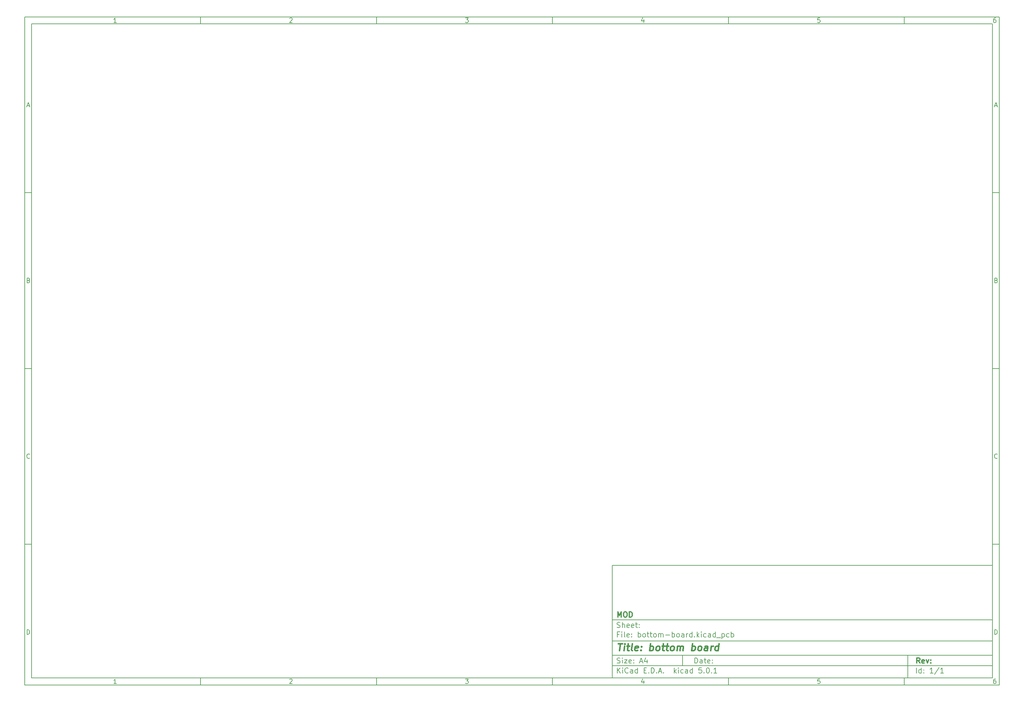
<source format=gbr>
G04 #@! TF.GenerationSoftware,KiCad,Pcbnew,5.0.1*
G04 #@! TF.CreationDate,2018-12-14T17:30:48+01:00*
G04 #@! TF.ProjectId,bottom-board,626F74746F6D2D626F6172642E6B6963,rev?*
G04 #@! TF.SameCoordinates,PX48111b4PY15fd6c8*
G04 #@! TF.FileFunction,Legend,Bot*
G04 #@! TF.FilePolarity,Positive*
%FSLAX46Y46*%
G04 Gerber Fmt 4.6, Leading zero omitted, Abs format (unit mm)*
G04 Created by KiCad (PCBNEW 5.0.1) date Fri 14 Dec 2018 05:30:48 PM CET*
%MOMM*%
%LPD*%
G01*
G04 APERTURE LIST*
%ADD10C,0.100000*%
%ADD11C,0.150000*%
%ADD12C,0.300000*%
%ADD13C,0.400000*%
G04 APERTURE END LIST*
D10*
D11*
X101434660Y-142949080D02*
X101434660Y-174949080D01*
X209434660Y-174949080D01*
X209434660Y-142949080D01*
X101434660Y-142949080D01*
D10*
D11*
X-65567540Y13058120D02*
X-65567540Y-176949080D01*
X211434660Y-176949080D01*
X211434660Y13058120D01*
X-65567540Y13058120D01*
D10*
D11*
X-63567540Y11058120D02*
X-63567540Y-174949080D01*
X209434660Y-174949080D01*
X209434660Y11058120D01*
X-63567540Y11058120D01*
D10*
D11*
X-15567540Y11058120D02*
X-15567540Y13058120D01*
D10*
D11*
X34432460Y11058120D02*
X34432460Y13058120D01*
D10*
D11*
X84432460Y11058120D02*
X84432460Y13058120D01*
D10*
D11*
X134432460Y11058120D02*
X134432460Y13058120D01*
D10*
D11*
X184432460Y11058120D02*
X184432460Y13058120D01*
D10*
D11*
X-39502064Y11470025D02*
X-40244921Y11470025D01*
X-39873493Y11470025D02*
X-39873493Y12770025D01*
X-39997302Y12584311D01*
X-40121112Y12460501D01*
X-40244921Y12398597D01*
D10*
D11*
X9755079Y12646216D02*
X9816983Y12708120D01*
X9940793Y12770025D01*
X10250317Y12770025D01*
X10374126Y12708120D01*
X10436031Y12646216D01*
X10497936Y12522406D01*
X10497936Y12398597D01*
X10436031Y12212882D01*
X9693174Y11470025D01*
X10497936Y11470025D01*
D10*
D11*
X59693174Y12770025D02*
X60497936Y12770025D01*
X60064602Y12274787D01*
X60250317Y12274787D01*
X60374126Y12212882D01*
X60436031Y12150978D01*
X60497936Y12027168D01*
X60497936Y11717644D01*
X60436031Y11593835D01*
X60374126Y11531930D01*
X60250317Y11470025D01*
X59878888Y11470025D01*
X59755079Y11531930D01*
X59693174Y11593835D01*
D10*
D11*
X110374126Y12336692D02*
X110374126Y11470025D01*
X110064602Y12831930D02*
X109755079Y11903359D01*
X110559840Y11903359D01*
D10*
D11*
X160436031Y12770025D02*
X159816983Y12770025D01*
X159755079Y12150978D01*
X159816983Y12212882D01*
X159940793Y12274787D01*
X160250317Y12274787D01*
X160374126Y12212882D01*
X160436031Y12150978D01*
X160497936Y12027168D01*
X160497936Y11717644D01*
X160436031Y11593835D01*
X160374126Y11531930D01*
X160250317Y11470025D01*
X159940793Y11470025D01*
X159816983Y11531930D01*
X159755079Y11593835D01*
D10*
D11*
X210374126Y12770025D02*
X210126507Y12770025D01*
X210002698Y12708120D01*
X209940793Y12646216D01*
X209816983Y12460501D01*
X209755079Y12212882D01*
X209755079Y11717644D01*
X209816983Y11593835D01*
X209878888Y11531930D01*
X210002698Y11470025D01*
X210250317Y11470025D01*
X210374126Y11531930D01*
X210436031Y11593835D01*
X210497936Y11717644D01*
X210497936Y12027168D01*
X210436031Y12150978D01*
X210374126Y12212882D01*
X210250317Y12274787D01*
X210002698Y12274787D01*
X209878888Y12212882D01*
X209816983Y12150978D01*
X209755079Y12027168D01*
D10*
D11*
X-15567540Y-174949080D02*
X-15567540Y-176949080D01*
D10*
D11*
X34432460Y-174949080D02*
X34432460Y-176949080D01*
D10*
D11*
X84432460Y-174949080D02*
X84432460Y-176949080D01*
D10*
D11*
X134432460Y-174949080D02*
X134432460Y-176949080D01*
D10*
D11*
X184432460Y-174949080D02*
X184432460Y-176949080D01*
D10*
D11*
X-39502064Y-176537175D02*
X-40244921Y-176537175D01*
X-39873493Y-176537175D02*
X-39873493Y-175237175D01*
X-39997302Y-175422889D01*
X-40121112Y-175546699D01*
X-40244921Y-175608603D01*
D10*
D11*
X9755079Y-175360984D02*
X9816983Y-175299080D01*
X9940793Y-175237175D01*
X10250317Y-175237175D01*
X10374126Y-175299080D01*
X10436031Y-175360984D01*
X10497936Y-175484794D01*
X10497936Y-175608603D01*
X10436031Y-175794318D01*
X9693174Y-176537175D01*
X10497936Y-176537175D01*
D10*
D11*
X59693174Y-175237175D02*
X60497936Y-175237175D01*
X60064602Y-175732413D01*
X60250317Y-175732413D01*
X60374126Y-175794318D01*
X60436031Y-175856222D01*
X60497936Y-175980032D01*
X60497936Y-176289556D01*
X60436031Y-176413365D01*
X60374126Y-176475270D01*
X60250317Y-176537175D01*
X59878888Y-176537175D01*
X59755079Y-176475270D01*
X59693174Y-176413365D01*
D10*
D11*
X110374126Y-175670508D02*
X110374126Y-176537175D01*
X110064602Y-175175270D02*
X109755079Y-176103841D01*
X110559840Y-176103841D01*
D10*
D11*
X160436031Y-175237175D02*
X159816983Y-175237175D01*
X159755079Y-175856222D01*
X159816983Y-175794318D01*
X159940793Y-175732413D01*
X160250317Y-175732413D01*
X160374126Y-175794318D01*
X160436031Y-175856222D01*
X160497936Y-175980032D01*
X160497936Y-176289556D01*
X160436031Y-176413365D01*
X160374126Y-176475270D01*
X160250317Y-176537175D01*
X159940793Y-176537175D01*
X159816983Y-176475270D01*
X159755079Y-176413365D01*
D10*
D11*
X210374126Y-175237175D02*
X210126507Y-175237175D01*
X210002698Y-175299080D01*
X209940793Y-175360984D01*
X209816983Y-175546699D01*
X209755079Y-175794318D01*
X209755079Y-176289556D01*
X209816983Y-176413365D01*
X209878888Y-176475270D01*
X210002698Y-176537175D01*
X210250317Y-176537175D01*
X210374126Y-176475270D01*
X210436031Y-176413365D01*
X210497936Y-176289556D01*
X210497936Y-175980032D01*
X210436031Y-175856222D01*
X210374126Y-175794318D01*
X210250317Y-175732413D01*
X210002698Y-175732413D01*
X209878888Y-175794318D01*
X209816983Y-175856222D01*
X209755079Y-175980032D01*
D10*
D11*
X-65567540Y-36941880D02*
X-63567540Y-36941880D01*
D10*
D11*
X-65567540Y-86941880D02*
X-63567540Y-86941880D01*
D10*
D11*
X-65567540Y-136941880D02*
X-63567540Y-136941880D01*
D10*
D11*
X-64877064Y-12158546D02*
X-64258017Y-12158546D01*
X-65000874Y-12529975D02*
X-64567540Y-11229975D01*
X-64134207Y-12529975D01*
D10*
D11*
X-64474683Y-61849022D02*
X-64288969Y-61910927D01*
X-64227064Y-61972832D01*
X-64165160Y-62096641D01*
X-64165160Y-62282356D01*
X-64227064Y-62406165D01*
X-64288969Y-62468070D01*
X-64412779Y-62529975D01*
X-64908017Y-62529975D01*
X-64908017Y-61229975D01*
X-64474683Y-61229975D01*
X-64350874Y-61291880D01*
X-64288969Y-61353784D01*
X-64227064Y-61477594D01*
X-64227064Y-61601403D01*
X-64288969Y-61725213D01*
X-64350874Y-61787118D01*
X-64474683Y-61849022D01*
X-64908017Y-61849022D01*
D10*
D11*
X-64165160Y-112406165D02*
X-64227064Y-112468070D01*
X-64412779Y-112529975D01*
X-64536588Y-112529975D01*
X-64722302Y-112468070D01*
X-64846112Y-112344260D01*
X-64908017Y-112220451D01*
X-64969921Y-111972832D01*
X-64969921Y-111787118D01*
X-64908017Y-111539499D01*
X-64846112Y-111415689D01*
X-64722302Y-111291880D01*
X-64536588Y-111229975D01*
X-64412779Y-111229975D01*
X-64227064Y-111291880D01*
X-64165160Y-111353784D01*
D10*
D11*
X-64908017Y-162529975D02*
X-64908017Y-161229975D01*
X-64598493Y-161229975D01*
X-64412779Y-161291880D01*
X-64288969Y-161415689D01*
X-64227064Y-161539499D01*
X-64165160Y-161787118D01*
X-64165160Y-161972832D01*
X-64227064Y-162220451D01*
X-64288969Y-162344260D01*
X-64412779Y-162468070D01*
X-64598493Y-162529975D01*
X-64908017Y-162529975D01*
D10*
D11*
X211434660Y-36941880D02*
X209434660Y-36941880D01*
D10*
D11*
X211434660Y-86941880D02*
X209434660Y-86941880D01*
D10*
D11*
X211434660Y-136941880D02*
X209434660Y-136941880D01*
D10*
D11*
X210125136Y-12158546D02*
X210744183Y-12158546D01*
X210001326Y-12529975D02*
X210434660Y-11229975D01*
X210867993Y-12529975D01*
D10*
D11*
X210527517Y-61849022D02*
X210713231Y-61910927D01*
X210775136Y-61972832D01*
X210837040Y-62096641D01*
X210837040Y-62282356D01*
X210775136Y-62406165D01*
X210713231Y-62468070D01*
X210589421Y-62529975D01*
X210094183Y-62529975D01*
X210094183Y-61229975D01*
X210527517Y-61229975D01*
X210651326Y-61291880D01*
X210713231Y-61353784D01*
X210775136Y-61477594D01*
X210775136Y-61601403D01*
X210713231Y-61725213D01*
X210651326Y-61787118D01*
X210527517Y-61849022D01*
X210094183Y-61849022D01*
D10*
D11*
X210837040Y-112406165D02*
X210775136Y-112468070D01*
X210589421Y-112529975D01*
X210465612Y-112529975D01*
X210279898Y-112468070D01*
X210156088Y-112344260D01*
X210094183Y-112220451D01*
X210032279Y-111972832D01*
X210032279Y-111787118D01*
X210094183Y-111539499D01*
X210156088Y-111415689D01*
X210279898Y-111291880D01*
X210465612Y-111229975D01*
X210589421Y-111229975D01*
X210775136Y-111291880D01*
X210837040Y-111353784D01*
D10*
D11*
X210094183Y-162529975D02*
X210094183Y-161229975D01*
X210403707Y-161229975D01*
X210589421Y-161291880D01*
X210713231Y-161415689D01*
X210775136Y-161539499D01*
X210837040Y-161787118D01*
X210837040Y-161972832D01*
X210775136Y-162220451D01*
X210713231Y-162344260D01*
X210589421Y-162468070D01*
X210403707Y-162529975D01*
X210094183Y-162529975D01*
D10*
D11*
X124866802Y-170727651D02*
X124866802Y-169227651D01*
X125223945Y-169227651D01*
X125438231Y-169299080D01*
X125581088Y-169441937D01*
X125652517Y-169584794D01*
X125723945Y-169870508D01*
X125723945Y-170084794D01*
X125652517Y-170370508D01*
X125581088Y-170513365D01*
X125438231Y-170656222D01*
X125223945Y-170727651D01*
X124866802Y-170727651D01*
X127009660Y-170727651D02*
X127009660Y-169941937D01*
X126938231Y-169799080D01*
X126795374Y-169727651D01*
X126509660Y-169727651D01*
X126366802Y-169799080D01*
X127009660Y-170656222D02*
X126866802Y-170727651D01*
X126509660Y-170727651D01*
X126366802Y-170656222D01*
X126295374Y-170513365D01*
X126295374Y-170370508D01*
X126366802Y-170227651D01*
X126509660Y-170156222D01*
X126866802Y-170156222D01*
X127009660Y-170084794D01*
X127509660Y-169727651D02*
X128081088Y-169727651D01*
X127723945Y-169227651D02*
X127723945Y-170513365D01*
X127795374Y-170656222D01*
X127938231Y-170727651D01*
X128081088Y-170727651D01*
X129152517Y-170656222D02*
X129009660Y-170727651D01*
X128723945Y-170727651D01*
X128581088Y-170656222D01*
X128509660Y-170513365D01*
X128509660Y-169941937D01*
X128581088Y-169799080D01*
X128723945Y-169727651D01*
X129009660Y-169727651D01*
X129152517Y-169799080D01*
X129223945Y-169941937D01*
X129223945Y-170084794D01*
X128509660Y-170227651D01*
X129866802Y-170584794D02*
X129938231Y-170656222D01*
X129866802Y-170727651D01*
X129795374Y-170656222D01*
X129866802Y-170584794D01*
X129866802Y-170727651D01*
X129866802Y-169799080D02*
X129938231Y-169870508D01*
X129866802Y-169941937D01*
X129795374Y-169870508D01*
X129866802Y-169799080D01*
X129866802Y-169941937D01*
D10*
D11*
X101434660Y-171449080D02*
X209434660Y-171449080D01*
D10*
D11*
X102866802Y-173527651D02*
X102866802Y-172027651D01*
X103723945Y-173527651D02*
X103081088Y-172670508D01*
X103723945Y-172027651D02*
X102866802Y-172884794D01*
X104366802Y-173527651D02*
X104366802Y-172527651D01*
X104366802Y-172027651D02*
X104295374Y-172099080D01*
X104366802Y-172170508D01*
X104438231Y-172099080D01*
X104366802Y-172027651D01*
X104366802Y-172170508D01*
X105938231Y-173384794D02*
X105866802Y-173456222D01*
X105652517Y-173527651D01*
X105509660Y-173527651D01*
X105295374Y-173456222D01*
X105152517Y-173313365D01*
X105081088Y-173170508D01*
X105009660Y-172884794D01*
X105009660Y-172670508D01*
X105081088Y-172384794D01*
X105152517Y-172241937D01*
X105295374Y-172099080D01*
X105509660Y-172027651D01*
X105652517Y-172027651D01*
X105866802Y-172099080D01*
X105938231Y-172170508D01*
X107223945Y-173527651D02*
X107223945Y-172741937D01*
X107152517Y-172599080D01*
X107009660Y-172527651D01*
X106723945Y-172527651D01*
X106581088Y-172599080D01*
X107223945Y-173456222D02*
X107081088Y-173527651D01*
X106723945Y-173527651D01*
X106581088Y-173456222D01*
X106509660Y-173313365D01*
X106509660Y-173170508D01*
X106581088Y-173027651D01*
X106723945Y-172956222D01*
X107081088Y-172956222D01*
X107223945Y-172884794D01*
X108581088Y-173527651D02*
X108581088Y-172027651D01*
X108581088Y-173456222D02*
X108438231Y-173527651D01*
X108152517Y-173527651D01*
X108009660Y-173456222D01*
X107938231Y-173384794D01*
X107866802Y-173241937D01*
X107866802Y-172813365D01*
X107938231Y-172670508D01*
X108009660Y-172599080D01*
X108152517Y-172527651D01*
X108438231Y-172527651D01*
X108581088Y-172599080D01*
X110438231Y-172741937D02*
X110938231Y-172741937D01*
X111152517Y-173527651D02*
X110438231Y-173527651D01*
X110438231Y-172027651D01*
X111152517Y-172027651D01*
X111795374Y-173384794D02*
X111866802Y-173456222D01*
X111795374Y-173527651D01*
X111723945Y-173456222D01*
X111795374Y-173384794D01*
X111795374Y-173527651D01*
X112509660Y-173527651D02*
X112509660Y-172027651D01*
X112866802Y-172027651D01*
X113081088Y-172099080D01*
X113223945Y-172241937D01*
X113295374Y-172384794D01*
X113366802Y-172670508D01*
X113366802Y-172884794D01*
X113295374Y-173170508D01*
X113223945Y-173313365D01*
X113081088Y-173456222D01*
X112866802Y-173527651D01*
X112509660Y-173527651D01*
X114009660Y-173384794D02*
X114081088Y-173456222D01*
X114009660Y-173527651D01*
X113938231Y-173456222D01*
X114009660Y-173384794D01*
X114009660Y-173527651D01*
X114652517Y-173099080D02*
X115366802Y-173099080D01*
X114509660Y-173527651D02*
X115009660Y-172027651D01*
X115509660Y-173527651D01*
X116009660Y-173384794D02*
X116081088Y-173456222D01*
X116009660Y-173527651D01*
X115938231Y-173456222D01*
X116009660Y-173384794D01*
X116009660Y-173527651D01*
X119009660Y-173527651D02*
X119009660Y-172027651D01*
X119152517Y-172956222D02*
X119581088Y-173527651D01*
X119581088Y-172527651D02*
X119009660Y-173099080D01*
X120223945Y-173527651D02*
X120223945Y-172527651D01*
X120223945Y-172027651D02*
X120152517Y-172099080D01*
X120223945Y-172170508D01*
X120295374Y-172099080D01*
X120223945Y-172027651D01*
X120223945Y-172170508D01*
X121581088Y-173456222D02*
X121438231Y-173527651D01*
X121152517Y-173527651D01*
X121009660Y-173456222D01*
X120938231Y-173384794D01*
X120866802Y-173241937D01*
X120866802Y-172813365D01*
X120938231Y-172670508D01*
X121009660Y-172599080D01*
X121152517Y-172527651D01*
X121438231Y-172527651D01*
X121581088Y-172599080D01*
X122866802Y-173527651D02*
X122866802Y-172741937D01*
X122795374Y-172599080D01*
X122652517Y-172527651D01*
X122366802Y-172527651D01*
X122223945Y-172599080D01*
X122866802Y-173456222D02*
X122723945Y-173527651D01*
X122366802Y-173527651D01*
X122223945Y-173456222D01*
X122152517Y-173313365D01*
X122152517Y-173170508D01*
X122223945Y-173027651D01*
X122366802Y-172956222D01*
X122723945Y-172956222D01*
X122866802Y-172884794D01*
X124223945Y-173527651D02*
X124223945Y-172027651D01*
X124223945Y-173456222D02*
X124081088Y-173527651D01*
X123795374Y-173527651D01*
X123652517Y-173456222D01*
X123581088Y-173384794D01*
X123509660Y-173241937D01*
X123509660Y-172813365D01*
X123581088Y-172670508D01*
X123652517Y-172599080D01*
X123795374Y-172527651D01*
X124081088Y-172527651D01*
X124223945Y-172599080D01*
X126795374Y-172027651D02*
X126081088Y-172027651D01*
X126009660Y-172741937D01*
X126081088Y-172670508D01*
X126223945Y-172599080D01*
X126581088Y-172599080D01*
X126723945Y-172670508D01*
X126795374Y-172741937D01*
X126866802Y-172884794D01*
X126866802Y-173241937D01*
X126795374Y-173384794D01*
X126723945Y-173456222D01*
X126581088Y-173527651D01*
X126223945Y-173527651D01*
X126081088Y-173456222D01*
X126009660Y-173384794D01*
X127509660Y-173384794D02*
X127581088Y-173456222D01*
X127509660Y-173527651D01*
X127438231Y-173456222D01*
X127509660Y-173384794D01*
X127509660Y-173527651D01*
X128509660Y-172027651D02*
X128652517Y-172027651D01*
X128795374Y-172099080D01*
X128866802Y-172170508D01*
X128938231Y-172313365D01*
X129009660Y-172599080D01*
X129009660Y-172956222D01*
X128938231Y-173241937D01*
X128866802Y-173384794D01*
X128795374Y-173456222D01*
X128652517Y-173527651D01*
X128509660Y-173527651D01*
X128366802Y-173456222D01*
X128295374Y-173384794D01*
X128223945Y-173241937D01*
X128152517Y-172956222D01*
X128152517Y-172599080D01*
X128223945Y-172313365D01*
X128295374Y-172170508D01*
X128366802Y-172099080D01*
X128509660Y-172027651D01*
X129652517Y-173384794D02*
X129723945Y-173456222D01*
X129652517Y-173527651D01*
X129581088Y-173456222D01*
X129652517Y-173384794D01*
X129652517Y-173527651D01*
X131152517Y-173527651D02*
X130295374Y-173527651D01*
X130723945Y-173527651D02*
X130723945Y-172027651D01*
X130581088Y-172241937D01*
X130438231Y-172384794D01*
X130295374Y-172456222D01*
D10*
D11*
X101434660Y-168449080D02*
X209434660Y-168449080D01*
D10*
D12*
X188843945Y-170727651D02*
X188343945Y-170013365D01*
X187986802Y-170727651D02*
X187986802Y-169227651D01*
X188558231Y-169227651D01*
X188701088Y-169299080D01*
X188772517Y-169370508D01*
X188843945Y-169513365D01*
X188843945Y-169727651D01*
X188772517Y-169870508D01*
X188701088Y-169941937D01*
X188558231Y-170013365D01*
X187986802Y-170013365D01*
X190058231Y-170656222D02*
X189915374Y-170727651D01*
X189629660Y-170727651D01*
X189486802Y-170656222D01*
X189415374Y-170513365D01*
X189415374Y-169941937D01*
X189486802Y-169799080D01*
X189629660Y-169727651D01*
X189915374Y-169727651D01*
X190058231Y-169799080D01*
X190129660Y-169941937D01*
X190129660Y-170084794D01*
X189415374Y-170227651D01*
X190629660Y-169727651D02*
X190986802Y-170727651D01*
X191343945Y-169727651D01*
X191915374Y-170584794D02*
X191986802Y-170656222D01*
X191915374Y-170727651D01*
X191843945Y-170656222D01*
X191915374Y-170584794D01*
X191915374Y-170727651D01*
X191915374Y-169799080D02*
X191986802Y-169870508D01*
X191915374Y-169941937D01*
X191843945Y-169870508D01*
X191915374Y-169799080D01*
X191915374Y-169941937D01*
D10*
D11*
X102795374Y-170656222D02*
X103009660Y-170727651D01*
X103366802Y-170727651D01*
X103509660Y-170656222D01*
X103581088Y-170584794D01*
X103652517Y-170441937D01*
X103652517Y-170299080D01*
X103581088Y-170156222D01*
X103509660Y-170084794D01*
X103366802Y-170013365D01*
X103081088Y-169941937D01*
X102938231Y-169870508D01*
X102866802Y-169799080D01*
X102795374Y-169656222D01*
X102795374Y-169513365D01*
X102866802Y-169370508D01*
X102938231Y-169299080D01*
X103081088Y-169227651D01*
X103438231Y-169227651D01*
X103652517Y-169299080D01*
X104295374Y-170727651D02*
X104295374Y-169727651D01*
X104295374Y-169227651D02*
X104223945Y-169299080D01*
X104295374Y-169370508D01*
X104366802Y-169299080D01*
X104295374Y-169227651D01*
X104295374Y-169370508D01*
X104866802Y-169727651D02*
X105652517Y-169727651D01*
X104866802Y-170727651D01*
X105652517Y-170727651D01*
X106795374Y-170656222D02*
X106652517Y-170727651D01*
X106366802Y-170727651D01*
X106223945Y-170656222D01*
X106152517Y-170513365D01*
X106152517Y-169941937D01*
X106223945Y-169799080D01*
X106366802Y-169727651D01*
X106652517Y-169727651D01*
X106795374Y-169799080D01*
X106866802Y-169941937D01*
X106866802Y-170084794D01*
X106152517Y-170227651D01*
X107509660Y-170584794D02*
X107581088Y-170656222D01*
X107509660Y-170727651D01*
X107438231Y-170656222D01*
X107509660Y-170584794D01*
X107509660Y-170727651D01*
X107509660Y-169799080D02*
X107581088Y-169870508D01*
X107509660Y-169941937D01*
X107438231Y-169870508D01*
X107509660Y-169799080D01*
X107509660Y-169941937D01*
X109295374Y-170299080D02*
X110009660Y-170299080D01*
X109152517Y-170727651D02*
X109652517Y-169227651D01*
X110152517Y-170727651D01*
X111295374Y-169727651D02*
X111295374Y-170727651D01*
X110938231Y-169156222D02*
X110581088Y-170227651D01*
X111509660Y-170227651D01*
D10*
D11*
X187866802Y-173527651D02*
X187866802Y-172027651D01*
X189223945Y-173527651D02*
X189223945Y-172027651D01*
X189223945Y-173456222D02*
X189081088Y-173527651D01*
X188795374Y-173527651D01*
X188652517Y-173456222D01*
X188581088Y-173384794D01*
X188509660Y-173241937D01*
X188509660Y-172813365D01*
X188581088Y-172670508D01*
X188652517Y-172599080D01*
X188795374Y-172527651D01*
X189081088Y-172527651D01*
X189223945Y-172599080D01*
X189938231Y-173384794D02*
X190009660Y-173456222D01*
X189938231Y-173527651D01*
X189866802Y-173456222D01*
X189938231Y-173384794D01*
X189938231Y-173527651D01*
X189938231Y-172599080D02*
X190009660Y-172670508D01*
X189938231Y-172741937D01*
X189866802Y-172670508D01*
X189938231Y-172599080D01*
X189938231Y-172741937D01*
X192581088Y-173527651D02*
X191723945Y-173527651D01*
X192152517Y-173527651D02*
X192152517Y-172027651D01*
X192009660Y-172241937D01*
X191866802Y-172384794D01*
X191723945Y-172456222D01*
X194295374Y-171956222D02*
X193009660Y-173884794D01*
X195581088Y-173527651D02*
X194723945Y-173527651D01*
X195152517Y-173527651D02*
X195152517Y-172027651D01*
X195009660Y-172241937D01*
X194866802Y-172384794D01*
X194723945Y-172456222D01*
D10*
D11*
X101434660Y-164449080D02*
X209434660Y-164449080D01*
D10*
D13*
X103147040Y-165153841D02*
X104289898Y-165153841D01*
X103468469Y-167153841D02*
X103718469Y-165153841D01*
X104706564Y-167153841D02*
X104873231Y-165820508D01*
X104956564Y-165153841D02*
X104849421Y-165249080D01*
X104932755Y-165344318D01*
X105039898Y-165249080D01*
X104956564Y-165153841D01*
X104932755Y-165344318D01*
X105539898Y-165820508D02*
X106301802Y-165820508D01*
X105908945Y-165153841D02*
X105694660Y-166868127D01*
X105766088Y-167058603D01*
X105944660Y-167153841D01*
X106135136Y-167153841D01*
X107087517Y-167153841D02*
X106908945Y-167058603D01*
X106837517Y-166868127D01*
X107051802Y-165153841D01*
X108623231Y-167058603D02*
X108420850Y-167153841D01*
X108039898Y-167153841D01*
X107861326Y-167058603D01*
X107789898Y-166868127D01*
X107885136Y-166106222D01*
X108004183Y-165915746D01*
X108206564Y-165820508D01*
X108587517Y-165820508D01*
X108766088Y-165915746D01*
X108837517Y-166106222D01*
X108813707Y-166296699D01*
X107837517Y-166487175D01*
X109587517Y-166963365D02*
X109670850Y-167058603D01*
X109563707Y-167153841D01*
X109480374Y-167058603D01*
X109587517Y-166963365D01*
X109563707Y-167153841D01*
X109718469Y-165915746D02*
X109801802Y-166010984D01*
X109694660Y-166106222D01*
X109611326Y-166010984D01*
X109718469Y-165915746D01*
X109694660Y-166106222D01*
X112039898Y-167153841D02*
X112289898Y-165153841D01*
X112194660Y-165915746D02*
X112397040Y-165820508D01*
X112777993Y-165820508D01*
X112956564Y-165915746D01*
X113039898Y-166010984D01*
X113111326Y-166201460D01*
X113039898Y-166772889D01*
X112920850Y-166963365D01*
X112813707Y-167058603D01*
X112611326Y-167153841D01*
X112230374Y-167153841D01*
X112051802Y-167058603D01*
X114135136Y-167153841D02*
X113956564Y-167058603D01*
X113873231Y-166963365D01*
X113801802Y-166772889D01*
X113873231Y-166201460D01*
X113992279Y-166010984D01*
X114099421Y-165915746D01*
X114301802Y-165820508D01*
X114587517Y-165820508D01*
X114766088Y-165915746D01*
X114849421Y-166010984D01*
X114920850Y-166201460D01*
X114849421Y-166772889D01*
X114730374Y-166963365D01*
X114623231Y-167058603D01*
X114420850Y-167153841D01*
X114135136Y-167153841D01*
X115539898Y-165820508D02*
X116301802Y-165820508D01*
X115908945Y-165153841D02*
X115694660Y-166868127D01*
X115766088Y-167058603D01*
X115944660Y-167153841D01*
X116135136Y-167153841D01*
X116682755Y-165820508D02*
X117444660Y-165820508D01*
X117051802Y-165153841D02*
X116837517Y-166868127D01*
X116908945Y-167058603D01*
X117087517Y-167153841D01*
X117277993Y-167153841D01*
X118230374Y-167153841D02*
X118051802Y-167058603D01*
X117968469Y-166963365D01*
X117897040Y-166772889D01*
X117968469Y-166201460D01*
X118087517Y-166010984D01*
X118194660Y-165915746D01*
X118397040Y-165820508D01*
X118682755Y-165820508D01*
X118861326Y-165915746D01*
X118944660Y-166010984D01*
X119016088Y-166201460D01*
X118944660Y-166772889D01*
X118825612Y-166963365D01*
X118718469Y-167058603D01*
X118516088Y-167153841D01*
X118230374Y-167153841D01*
X119754183Y-167153841D02*
X119920850Y-165820508D01*
X119897040Y-166010984D02*
X120004183Y-165915746D01*
X120206564Y-165820508D01*
X120492279Y-165820508D01*
X120670850Y-165915746D01*
X120742279Y-166106222D01*
X120611326Y-167153841D01*
X120742279Y-166106222D02*
X120861326Y-165915746D01*
X121063707Y-165820508D01*
X121349421Y-165820508D01*
X121527993Y-165915746D01*
X121599421Y-166106222D01*
X121468469Y-167153841D01*
X123944660Y-167153841D02*
X124194660Y-165153841D01*
X124099421Y-165915746D02*
X124301802Y-165820508D01*
X124682755Y-165820508D01*
X124861326Y-165915746D01*
X124944660Y-166010984D01*
X125016088Y-166201460D01*
X124944660Y-166772889D01*
X124825612Y-166963365D01*
X124718469Y-167058603D01*
X124516088Y-167153841D01*
X124135136Y-167153841D01*
X123956564Y-167058603D01*
X126039898Y-167153841D02*
X125861326Y-167058603D01*
X125777993Y-166963365D01*
X125706564Y-166772889D01*
X125777993Y-166201460D01*
X125897040Y-166010984D01*
X126004183Y-165915746D01*
X126206564Y-165820508D01*
X126492279Y-165820508D01*
X126670850Y-165915746D01*
X126754183Y-166010984D01*
X126825612Y-166201460D01*
X126754183Y-166772889D01*
X126635136Y-166963365D01*
X126527993Y-167058603D01*
X126325612Y-167153841D01*
X126039898Y-167153841D01*
X128420850Y-167153841D02*
X128551802Y-166106222D01*
X128480374Y-165915746D01*
X128301802Y-165820508D01*
X127920850Y-165820508D01*
X127718469Y-165915746D01*
X128432755Y-167058603D02*
X128230374Y-167153841D01*
X127754183Y-167153841D01*
X127575612Y-167058603D01*
X127504183Y-166868127D01*
X127527993Y-166677651D01*
X127647040Y-166487175D01*
X127849421Y-166391937D01*
X128325612Y-166391937D01*
X128527993Y-166296699D01*
X129373231Y-167153841D02*
X129539898Y-165820508D01*
X129492279Y-166201460D02*
X129611326Y-166010984D01*
X129718469Y-165915746D01*
X129920850Y-165820508D01*
X130111326Y-165820508D01*
X131468469Y-167153841D02*
X131718469Y-165153841D01*
X131480374Y-167058603D02*
X131277993Y-167153841D01*
X130897040Y-167153841D01*
X130718469Y-167058603D01*
X130635136Y-166963365D01*
X130563707Y-166772889D01*
X130635136Y-166201460D01*
X130754183Y-166010984D01*
X130861326Y-165915746D01*
X131063707Y-165820508D01*
X131444660Y-165820508D01*
X131623231Y-165915746D01*
D10*
D11*
X103366802Y-162541937D02*
X102866802Y-162541937D01*
X102866802Y-163327651D02*
X102866802Y-161827651D01*
X103581088Y-161827651D01*
X104152517Y-163327651D02*
X104152517Y-162327651D01*
X104152517Y-161827651D02*
X104081088Y-161899080D01*
X104152517Y-161970508D01*
X104223945Y-161899080D01*
X104152517Y-161827651D01*
X104152517Y-161970508D01*
X105081088Y-163327651D02*
X104938231Y-163256222D01*
X104866802Y-163113365D01*
X104866802Y-161827651D01*
X106223945Y-163256222D02*
X106081088Y-163327651D01*
X105795374Y-163327651D01*
X105652517Y-163256222D01*
X105581088Y-163113365D01*
X105581088Y-162541937D01*
X105652517Y-162399080D01*
X105795374Y-162327651D01*
X106081088Y-162327651D01*
X106223945Y-162399080D01*
X106295374Y-162541937D01*
X106295374Y-162684794D01*
X105581088Y-162827651D01*
X106938231Y-163184794D02*
X107009660Y-163256222D01*
X106938231Y-163327651D01*
X106866802Y-163256222D01*
X106938231Y-163184794D01*
X106938231Y-163327651D01*
X106938231Y-162399080D02*
X107009660Y-162470508D01*
X106938231Y-162541937D01*
X106866802Y-162470508D01*
X106938231Y-162399080D01*
X106938231Y-162541937D01*
X108795374Y-163327651D02*
X108795374Y-161827651D01*
X108795374Y-162399080D02*
X108938231Y-162327651D01*
X109223945Y-162327651D01*
X109366802Y-162399080D01*
X109438231Y-162470508D01*
X109509660Y-162613365D01*
X109509660Y-163041937D01*
X109438231Y-163184794D01*
X109366802Y-163256222D01*
X109223945Y-163327651D01*
X108938231Y-163327651D01*
X108795374Y-163256222D01*
X110366802Y-163327651D02*
X110223945Y-163256222D01*
X110152517Y-163184794D01*
X110081088Y-163041937D01*
X110081088Y-162613365D01*
X110152517Y-162470508D01*
X110223945Y-162399080D01*
X110366802Y-162327651D01*
X110581088Y-162327651D01*
X110723945Y-162399080D01*
X110795374Y-162470508D01*
X110866802Y-162613365D01*
X110866802Y-163041937D01*
X110795374Y-163184794D01*
X110723945Y-163256222D01*
X110581088Y-163327651D01*
X110366802Y-163327651D01*
X111295374Y-162327651D02*
X111866802Y-162327651D01*
X111509660Y-161827651D02*
X111509660Y-163113365D01*
X111581088Y-163256222D01*
X111723945Y-163327651D01*
X111866802Y-163327651D01*
X112152517Y-162327651D02*
X112723945Y-162327651D01*
X112366802Y-161827651D02*
X112366802Y-163113365D01*
X112438231Y-163256222D01*
X112581088Y-163327651D01*
X112723945Y-163327651D01*
X113438231Y-163327651D02*
X113295374Y-163256222D01*
X113223945Y-163184794D01*
X113152517Y-163041937D01*
X113152517Y-162613365D01*
X113223945Y-162470508D01*
X113295374Y-162399080D01*
X113438231Y-162327651D01*
X113652517Y-162327651D01*
X113795374Y-162399080D01*
X113866802Y-162470508D01*
X113938231Y-162613365D01*
X113938231Y-163041937D01*
X113866802Y-163184794D01*
X113795374Y-163256222D01*
X113652517Y-163327651D01*
X113438231Y-163327651D01*
X114581088Y-163327651D02*
X114581088Y-162327651D01*
X114581088Y-162470508D02*
X114652517Y-162399080D01*
X114795374Y-162327651D01*
X115009660Y-162327651D01*
X115152517Y-162399080D01*
X115223945Y-162541937D01*
X115223945Y-163327651D01*
X115223945Y-162541937D02*
X115295374Y-162399080D01*
X115438231Y-162327651D01*
X115652517Y-162327651D01*
X115795374Y-162399080D01*
X115866802Y-162541937D01*
X115866802Y-163327651D01*
X116581088Y-162756222D02*
X117723945Y-162756222D01*
X118438231Y-163327651D02*
X118438231Y-161827651D01*
X118438231Y-162399080D02*
X118581088Y-162327651D01*
X118866802Y-162327651D01*
X119009660Y-162399080D01*
X119081088Y-162470508D01*
X119152517Y-162613365D01*
X119152517Y-163041937D01*
X119081088Y-163184794D01*
X119009660Y-163256222D01*
X118866802Y-163327651D01*
X118581088Y-163327651D01*
X118438231Y-163256222D01*
X120009660Y-163327651D02*
X119866802Y-163256222D01*
X119795374Y-163184794D01*
X119723945Y-163041937D01*
X119723945Y-162613365D01*
X119795374Y-162470508D01*
X119866802Y-162399080D01*
X120009660Y-162327651D01*
X120223945Y-162327651D01*
X120366802Y-162399080D01*
X120438231Y-162470508D01*
X120509660Y-162613365D01*
X120509660Y-163041937D01*
X120438231Y-163184794D01*
X120366802Y-163256222D01*
X120223945Y-163327651D01*
X120009660Y-163327651D01*
X121795374Y-163327651D02*
X121795374Y-162541937D01*
X121723945Y-162399080D01*
X121581088Y-162327651D01*
X121295374Y-162327651D01*
X121152517Y-162399080D01*
X121795374Y-163256222D02*
X121652517Y-163327651D01*
X121295374Y-163327651D01*
X121152517Y-163256222D01*
X121081088Y-163113365D01*
X121081088Y-162970508D01*
X121152517Y-162827651D01*
X121295374Y-162756222D01*
X121652517Y-162756222D01*
X121795374Y-162684794D01*
X122509660Y-163327651D02*
X122509660Y-162327651D01*
X122509660Y-162613365D02*
X122581088Y-162470508D01*
X122652517Y-162399080D01*
X122795374Y-162327651D01*
X122938231Y-162327651D01*
X124081088Y-163327651D02*
X124081088Y-161827651D01*
X124081088Y-163256222D02*
X123938231Y-163327651D01*
X123652517Y-163327651D01*
X123509660Y-163256222D01*
X123438231Y-163184794D01*
X123366802Y-163041937D01*
X123366802Y-162613365D01*
X123438231Y-162470508D01*
X123509660Y-162399080D01*
X123652517Y-162327651D01*
X123938231Y-162327651D01*
X124081088Y-162399080D01*
X124795374Y-163184794D02*
X124866802Y-163256222D01*
X124795374Y-163327651D01*
X124723945Y-163256222D01*
X124795374Y-163184794D01*
X124795374Y-163327651D01*
X125509660Y-163327651D02*
X125509660Y-161827651D01*
X125652517Y-162756222D02*
X126081088Y-163327651D01*
X126081088Y-162327651D02*
X125509660Y-162899080D01*
X126723945Y-163327651D02*
X126723945Y-162327651D01*
X126723945Y-161827651D02*
X126652517Y-161899080D01*
X126723945Y-161970508D01*
X126795374Y-161899080D01*
X126723945Y-161827651D01*
X126723945Y-161970508D01*
X128081088Y-163256222D02*
X127938231Y-163327651D01*
X127652517Y-163327651D01*
X127509660Y-163256222D01*
X127438231Y-163184794D01*
X127366802Y-163041937D01*
X127366802Y-162613365D01*
X127438231Y-162470508D01*
X127509660Y-162399080D01*
X127652517Y-162327651D01*
X127938231Y-162327651D01*
X128081088Y-162399080D01*
X129366802Y-163327651D02*
X129366802Y-162541937D01*
X129295374Y-162399080D01*
X129152517Y-162327651D01*
X128866802Y-162327651D01*
X128723945Y-162399080D01*
X129366802Y-163256222D02*
X129223945Y-163327651D01*
X128866802Y-163327651D01*
X128723945Y-163256222D01*
X128652517Y-163113365D01*
X128652517Y-162970508D01*
X128723945Y-162827651D01*
X128866802Y-162756222D01*
X129223945Y-162756222D01*
X129366802Y-162684794D01*
X130723945Y-163327651D02*
X130723945Y-161827651D01*
X130723945Y-163256222D02*
X130581088Y-163327651D01*
X130295374Y-163327651D01*
X130152517Y-163256222D01*
X130081088Y-163184794D01*
X130009660Y-163041937D01*
X130009660Y-162613365D01*
X130081088Y-162470508D01*
X130152517Y-162399080D01*
X130295374Y-162327651D01*
X130581088Y-162327651D01*
X130723945Y-162399080D01*
X131081088Y-163470508D02*
X132223945Y-163470508D01*
X132581088Y-162327651D02*
X132581088Y-163827651D01*
X132581088Y-162399080D02*
X132723945Y-162327651D01*
X133009660Y-162327651D01*
X133152517Y-162399080D01*
X133223945Y-162470508D01*
X133295374Y-162613365D01*
X133295374Y-163041937D01*
X133223945Y-163184794D01*
X133152517Y-163256222D01*
X133009660Y-163327651D01*
X132723945Y-163327651D01*
X132581088Y-163256222D01*
X134581088Y-163256222D02*
X134438231Y-163327651D01*
X134152517Y-163327651D01*
X134009660Y-163256222D01*
X133938231Y-163184794D01*
X133866802Y-163041937D01*
X133866802Y-162613365D01*
X133938231Y-162470508D01*
X134009660Y-162399080D01*
X134152517Y-162327651D01*
X134438231Y-162327651D01*
X134581088Y-162399080D01*
X135223945Y-163327651D02*
X135223945Y-161827651D01*
X135223945Y-162399080D02*
X135366802Y-162327651D01*
X135652517Y-162327651D01*
X135795374Y-162399080D01*
X135866802Y-162470508D01*
X135938231Y-162613365D01*
X135938231Y-163041937D01*
X135866802Y-163184794D01*
X135795374Y-163256222D01*
X135652517Y-163327651D01*
X135366802Y-163327651D01*
X135223945Y-163256222D01*
D10*
D11*
X101434660Y-158449080D02*
X209434660Y-158449080D01*
D10*
D11*
X102795374Y-160556222D02*
X103009660Y-160627651D01*
X103366802Y-160627651D01*
X103509660Y-160556222D01*
X103581088Y-160484794D01*
X103652517Y-160341937D01*
X103652517Y-160199080D01*
X103581088Y-160056222D01*
X103509660Y-159984794D01*
X103366802Y-159913365D01*
X103081088Y-159841937D01*
X102938231Y-159770508D01*
X102866802Y-159699080D01*
X102795374Y-159556222D01*
X102795374Y-159413365D01*
X102866802Y-159270508D01*
X102938231Y-159199080D01*
X103081088Y-159127651D01*
X103438231Y-159127651D01*
X103652517Y-159199080D01*
X104295374Y-160627651D02*
X104295374Y-159127651D01*
X104938231Y-160627651D02*
X104938231Y-159841937D01*
X104866802Y-159699080D01*
X104723945Y-159627651D01*
X104509660Y-159627651D01*
X104366802Y-159699080D01*
X104295374Y-159770508D01*
X106223945Y-160556222D02*
X106081088Y-160627651D01*
X105795374Y-160627651D01*
X105652517Y-160556222D01*
X105581088Y-160413365D01*
X105581088Y-159841937D01*
X105652517Y-159699080D01*
X105795374Y-159627651D01*
X106081088Y-159627651D01*
X106223945Y-159699080D01*
X106295374Y-159841937D01*
X106295374Y-159984794D01*
X105581088Y-160127651D01*
X107509660Y-160556222D02*
X107366802Y-160627651D01*
X107081088Y-160627651D01*
X106938231Y-160556222D01*
X106866802Y-160413365D01*
X106866802Y-159841937D01*
X106938231Y-159699080D01*
X107081088Y-159627651D01*
X107366802Y-159627651D01*
X107509660Y-159699080D01*
X107581088Y-159841937D01*
X107581088Y-159984794D01*
X106866802Y-160127651D01*
X108009660Y-159627651D02*
X108581088Y-159627651D01*
X108223945Y-159127651D02*
X108223945Y-160413365D01*
X108295374Y-160556222D01*
X108438231Y-160627651D01*
X108581088Y-160627651D01*
X109081088Y-160484794D02*
X109152517Y-160556222D01*
X109081088Y-160627651D01*
X109009660Y-160556222D01*
X109081088Y-160484794D01*
X109081088Y-160627651D01*
X109081088Y-159699080D02*
X109152517Y-159770508D01*
X109081088Y-159841937D01*
X109009660Y-159770508D01*
X109081088Y-159699080D01*
X109081088Y-159841937D01*
D10*
D12*
X102986802Y-157627651D02*
X102986802Y-156127651D01*
X103486802Y-157199080D01*
X103986802Y-156127651D01*
X103986802Y-157627651D01*
X104986802Y-156127651D02*
X105272517Y-156127651D01*
X105415374Y-156199080D01*
X105558231Y-156341937D01*
X105629660Y-156627651D01*
X105629660Y-157127651D01*
X105558231Y-157413365D01*
X105415374Y-157556222D01*
X105272517Y-157627651D01*
X104986802Y-157627651D01*
X104843945Y-157556222D01*
X104701088Y-157413365D01*
X104629660Y-157127651D01*
X104629660Y-156627651D01*
X104701088Y-156341937D01*
X104843945Y-156199080D01*
X104986802Y-156127651D01*
X106272517Y-157627651D02*
X106272517Y-156127651D01*
X106629660Y-156127651D01*
X106843945Y-156199080D01*
X106986802Y-156341937D01*
X107058231Y-156484794D01*
X107129660Y-156770508D01*
X107129660Y-156984794D01*
X107058231Y-157270508D01*
X106986802Y-157413365D01*
X106843945Y-157556222D01*
X106629660Y-157627651D01*
X106272517Y-157627651D01*
D10*
D11*
X121434660Y-168449080D02*
X121434660Y-171449080D01*
D10*
D11*
X185434660Y-168449080D02*
X185434660Y-174949080D01*
M02*

</source>
